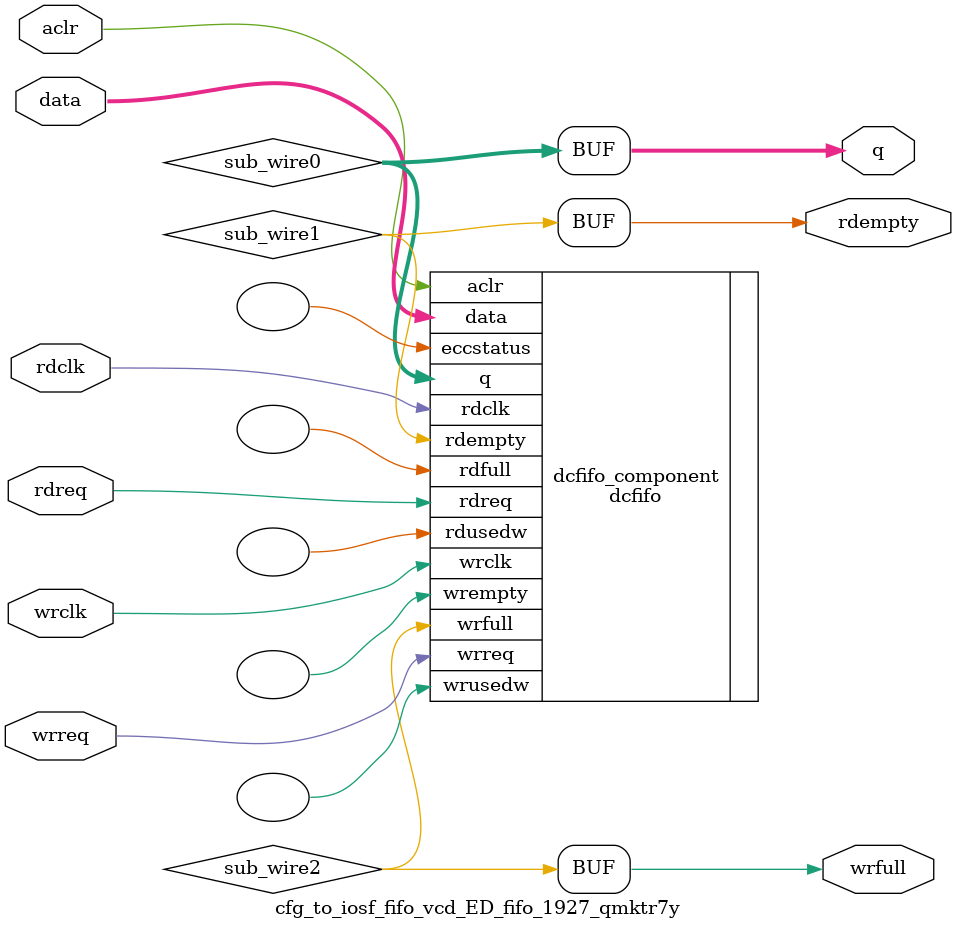
<source format=v>



`timescale 1 ps / 1 ps
// synopsys translate_on
module  cfg_to_iosf_fifo_vcd_ED_fifo_1927_qmktr7y  (
    aclr,
    data,
    rdclk,
    rdreq,
    wrclk,
    wrreq,
    q,
    rdempty,
    wrfull);

    input    aclr;
    input  [68:0]  data;
    input    rdclk;
    input    rdreq;
    input    wrclk;
    input    wrreq;
    output [68:0]  q;
    output   rdempty;
    output   wrfull;
`ifndef ALTERA_RESERVED_QIS
// synopsys translate_off
`endif
    tri0     aclr;
`ifndef ALTERA_RESERVED_QIS
// synopsys translate_on
`endif

    wire [68:0] sub_wire0;
    wire  sub_wire1;
    wire  sub_wire2;
    wire [68:0] q = sub_wire0[68:0];
    wire  rdempty = sub_wire1;
    wire  wrfull = sub_wire2;

    dcfifo  dcfifo_component (
                .aclr (aclr),
                .data (data),
                .rdclk (rdclk),
                .rdreq (rdreq),
                .wrclk (wrclk),
                .wrreq (wrreq),
                .q (sub_wire0),
                .rdempty (sub_wire1),
                .wrfull (sub_wire2),
                .eccstatus (),
                .rdfull (),
                .rdusedw (),
                .wrempty (),
                .wrusedw ());
    defparam
        dcfifo_component.enable_ecc  = "FALSE",
        dcfifo_component.intended_device_family  = "Agilex 7",
        dcfifo_component.lpm_hint  = "DISABLE_DCFIFO_EMBEDDED_TIMING_CONSTRAINT=TRUE",
        dcfifo_component.lpm_numwords  = 8,
        dcfifo_component.lpm_showahead  = "ON",
        dcfifo_component.lpm_type  = "dcfifo",
        dcfifo_component.lpm_width  = 69,
        dcfifo_component.lpm_widthu  = 3,
        dcfifo_component.overflow_checking  = "ON",
        dcfifo_component.rdsync_delaypipe  = 5,
        dcfifo_component.read_aclr_synch  = "OFF",
        dcfifo_component.underflow_checking  = "ON",
        dcfifo_component.use_eab  = "ON",
        dcfifo_component.write_aclr_synch  = "ON",
        dcfifo_component.wrsync_delaypipe  = 5;


endmodule



</source>
